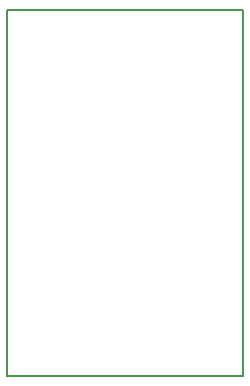
<source format=gbr>
%TF.GenerationSoftware,KiCad,Pcbnew,(5.1.7)-1*%
%TF.CreationDate,2021-03-22T16:24:13+01:00*%
%TF.ProjectId,PIR-Addon,5049522d-4164-4646-9f6e-2e6b69636164,rev?*%
%TF.SameCoordinates,Original*%
%TF.FileFunction,Profile,NP*%
%FSLAX46Y46*%
G04 Gerber Fmt 4.6, Leading zero omitted, Abs format (unit mm)*
G04 Created by KiCad (PCBNEW (5.1.7)-1) date 2021-03-22 16:24:13*
%MOMM*%
%LPD*%
G01*
G04 APERTURE LIST*
%TA.AperFunction,Profile*%
%ADD10C,0.150000*%
%TD*%
G04 APERTURE END LIST*
D10*
X195000000Y-94000000D02*
X215000000Y-94000000D01*
X195000000Y-125000000D02*
X195000000Y-94000000D01*
X215000000Y-94000000D02*
X215000000Y-125000000D01*
X215000000Y-125000000D02*
X195000000Y-125000000D01*
M02*

</source>
